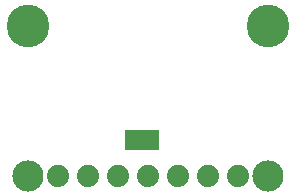
<source format=gbr>
G04 EAGLE Gerber RS-274X export*
G75*
%MOMM*%
%FSLAX34Y34*%
%LPD*%
%INSoldermask Bottom*%
%IPPOS*%
%AMOC8*
5,1,8,0,0,1.08239X$1,22.5*%
G01*
%ADD10C,2.641600*%
%ADD11C,3.617600*%
%ADD12C,1.879600*%
%ADD13R,2.921000X1.651000*%


D10*
X25400Y25400D03*
X228600Y25400D03*
D11*
X25400Y152400D03*
X228600Y152400D03*
D12*
X50800Y25400D03*
X76200Y25400D03*
X101600Y25400D03*
X127000Y25400D03*
X152400Y25400D03*
X177800Y25400D03*
X203200Y25400D03*
D13*
X121920Y55880D03*
M02*

</source>
